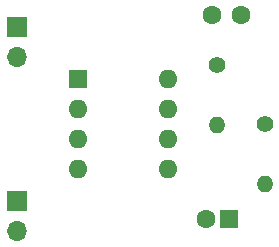
<source format=gts>
G04 #@! TF.GenerationSoftware,KiCad,Pcbnew,8.0.7*
G04 #@! TF.CreationDate,2025-01-21T22:00:36-05:00*
G04 #@! TF.ProjectId,A-Stable,412d5374-6162-46c6-952e-6b696361645f,rev?*
G04 #@! TF.SameCoordinates,Original*
G04 #@! TF.FileFunction,Soldermask,Top*
G04 #@! TF.FilePolarity,Negative*
%FSLAX46Y46*%
G04 Gerber Fmt 4.6, Leading zero omitted, Abs format (unit mm)*
G04 Created by KiCad (PCBNEW 8.0.7) date 2025-01-21 22:00:36*
%MOMM*%
%LPD*%
G01*
G04 APERTURE LIST*
%ADD10R,1.700000X1.700000*%
%ADD11O,1.700000X1.700000*%
%ADD12R,1.600000X1.600000*%
%ADD13O,1.600000X1.600000*%
%ADD14C,1.400000*%
%ADD15O,1.400000X1.400000*%
%ADD16C,1.600000*%
G04 APERTURE END LIST*
D10*
X142500000Y-88725000D03*
D11*
X142500000Y-91265000D03*
D12*
X147700000Y-93200000D03*
D13*
X147700000Y-95740000D03*
X147700000Y-98280000D03*
X147700000Y-100820000D03*
X155320000Y-100820000D03*
X155320000Y-98280000D03*
X155320000Y-95740000D03*
X155320000Y-93200000D03*
D10*
X142500000Y-103500000D03*
D11*
X142500000Y-106040000D03*
D14*
X159500000Y-91960000D03*
D15*
X159500000Y-97040000D03*
D14*
X163500000Y-96960000D03*
D15*
X163500000Y-102040000D03*
D16*
X161500000Y-87750000D03*
X159000000Y-87750000D03*
D12*
X160500000Y-105044888D03*
D16*
X158500000Y-105044888D03*
M02*

</source>
